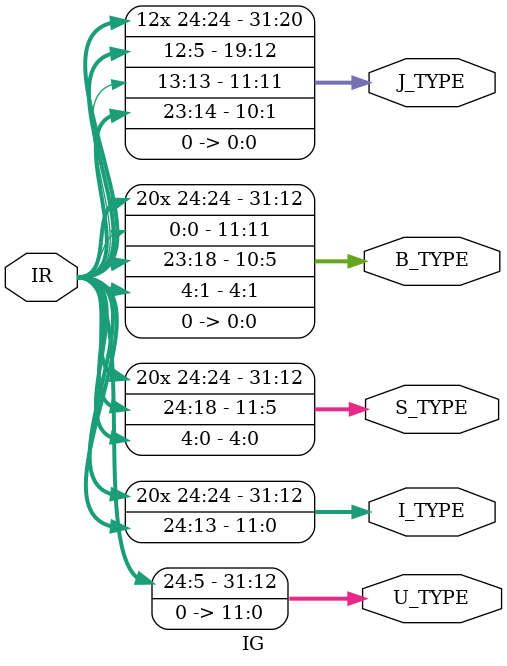
<source format=sv>
`timescale 1ns / 1ps

module IG(
    // 25 Bit Input
    input logic [24:0] IR,
    
    // 32 Bit Output
    output logic [31:0] U_TYPE,
    output logic [31:0] I_TYPE,
    output logic [31:0] S_TYPE,
    output logic [31:0] B_TYPE,
    output logic [31:0] J_TYPE
    ); 
        //Assign each immediate value. 
    assign I_TYPE = {{21{IR[24]}}, IR[23:18], IR[17:13]};
    assign S_TYPE = {{21{IR[24]}}, IR[23:18], IR[4:0]};
    assign B_TYPE = {{20{IR[24]}}, IR[0], IR[23:18], IR[4:1], 1'b0};
    assign U_TYPE = {IR[24:5], 12'b0};
    assign J_TYPE = {{12{IR[24]}}, IR[12:5], IR[13], IR[23:14], 1'b0};
    
endmodule

</source>
